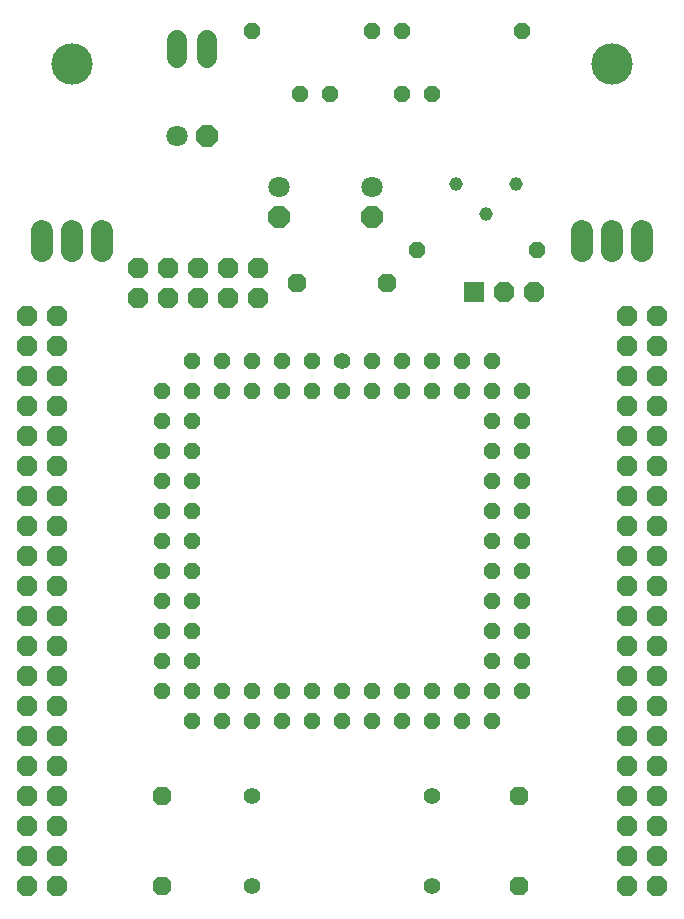
<source format=gts>
G75*
%MOIN*%
%OFA0B0*%
%FSLAX24Y24*%
%IPPOS*%
%LPD*%
%AMOC8*
5,1,8,0,0,1.08239X$1,22.5*
%
%ADD10C,0.0560*%
%ADD11OC8,0.0560*%
%ADD12C,0.0740*%
%ADD13C,0.1380*%
%ADD14OC8,0.0680*%
%ADD15C,0.0680*%
%ADD16OC8,0.0710*%
%ADD17C,0.0710*%
%ADD18OC8,0.0620*%
%ADD19R,0.0680X0.0680*%
%ADD20C,0.0460*%
D10*
X009060Y001860D03*
X009060Y004860D03*
X015060Y004860D03*
X015060Y001860D03*
X012060Y019360D03*
D11*
X012060Y018360D03*
X011060Y018360D03*
X011060Y019360D03*
X010060Y019360D03*
X010060Y018360D03*
X009060Y018360D03*
X009060Y019360D03*
X008060Y019360D03*
X008060Y018360D03*
X007060Y018360D03*
X007060Y019360D03*
X006060Y018360D03*
X006060Y017360D03*
X006060Y016360D03*
X006060Y015360D03*
X006060Y014360D03*
X006060Y013360D03*
X006060Y012360D03*
X006060Y011360D03*
X006060Y010360D03*
X006060Y009360D03*
X006060Y008360D03*
X007060Y008360D03*
X007060Y007360D03*
X008060Y007360D03*
X008060Y008360D03*
X009060Y008360D03*
X009060Y007360D03*
X010060Y007360D03*
X010060Y008360D03*
X011060Y008360D03*
X011060Y007360D03*
X012060Y007360D03*
X012060Y008360D03*
X013060Y008360D03*
X013060Y007360D03*
X014060Y007360D03*
X014060Y008360D03*
X015060Y008360D03*
X015060Y007360D03*
X016060Y007360D03*
X016060Y008360D03*
X017060Y008360D03*
X017060Y007360D03*
X018060Y008360D03*
X018060Y009360D03*
X018060Y010360D03*
X018060Y011360D03*
X018060Y012360D03*
X018060Y013360D03*
X018060Y014360D03*
X018060Y015360D03*
X018060Y016360D03*
X018060Y017360D03*
X018060Y018360D03*
X017060Y018360D03*
X017060Y019360D03*
X016060Y019360D03*
X016060Y018360D03*
X015060Y018360D03*
X015060Y019360D03*
X014060Y019360D03*
X014060Y018360D03*
X013060Y018360D03*
X013060Y019360D03*
X014560Y023060D03*
X018560Y023060D03*
X015060Y028260D03*
X014060Y028260D03*
X014060Y030360D03*
X013060Y030360D03*
X011660Y028260D03*
X010660Y028260D03*
X009060Y030360D03*
X018060Y030360D03*
X017060Y017360D03*
X017060Y016360D03*
X017060Y015360D03*
X017060Y014360D03*
X017060Y013360D03*
X017060Y012360D03*
X017060Y011360D03*
X017060Y010360D03*
X017060Y009360D03*
X007060Y009360D03*
X007060Y010360D03*
X007060Y011360D03*
X007060Y012360D03*
X007060Y013360D03*
X007060Y014360D03*
X007060Y015360D03*
X007060Y016360D03*
X007060Y017360D03*
D12*
X004060Y023030D02*
X004060Y023690D01*
X003060Y023690D02*
X003060Y023030D01*
X002060Y023030D02*
X002060Y023690D01*
X020060Y023690D02*
X020060Y023030D01*
X021060Y023030D02*
X021060Y023690D01*
X022060Y023690D02*
X022060Y023030D01*
D13*
X021060Y029260D03*
X003060Y029260D03*
D14*
X001560Y001860D03*
X001560Y002860D03*
X001560Y003860D03*
X001560Y004860D03*
X001560Y005860D03*
X001560Y006860D03*
X001560Y007860D03*
X001560Y008860D03*
X001560Y009860D03*
X001560Y010860D03*
X001560Y011860D03*
X001560Y012860D03*
X001560Y013860D03*
X001560Y014860D03*
X001560Y015860D03*
X001560Y016860D03*
X001560Y017860D03*
X001560Y018860D03*
X001560Y019860D03*
X001560Y020860D03*
X002560Y020860D03*
X002560Y019860D03*
X002560Y018860D03*
X002560Y017860D03*
X002560Y016860D03*
X002560Y015860D03*
X002560Y014860D03*
X002560Y013860D03*
X002560Y012860D03*
X002560Y011860D03*
X002560Y010860D03*
X002560Y009860D03*
X002560Y008860D03*
X002560Y007860D03*
X002560Y006860D03*
X002560Y005860D03*
X002560Y004860D03*
X002560Y003860D03*
X002560Y002860D03*
X002560Y001860D03*
X005260Y021460D03*
X005260Y022460D03*
X006260Y022460D03*
X006260Y021460D03*
X007260Y021460D03*
X007260Y022460D03*
X008260Y022460D03*
X008260Y021460D03*
X009260Y021460D03*
X009260Y022460D03*
X017460Y021660D03*
X018460Y021660D03*
X021560Y020860D03*
X021560Y019860D03*
X021560Y018860D03*
X021560Y017860D03*
X021560Y016860D03*
X021560Y015860D03*
X021560Y014860D03*
X021560Y013860D03*
X021560Y012860D03*
X021560Y011860D03*
X021560Y010860D03*
X021560Y009860D03*
X021560Y008860D03*
X021560Y007860D03*
X021560Y006860D03*
X021560Y005860D03*
X021560Y004860D03*
X021560Y003860D03*
X021560Y002860D03*
X021560Y001860D03*
X022560Y001860D03*
X022560Y002860D03*
X022560Y003860D03*
X022560Y004860D03*
X022560Y005860D03*
X022560Y006860D03*
X022560Y007860D03*
X022560Y008860D03*
X022560Y009860D03*
X022560Y010860D03*
X022560Y011860D03*
X022560Y012860D03*
X022560Y013860D03*
X022560Y014860D03*
X022560Y015860D03*
X022560Y016860D03*
X022560Y017860D03*
X022560Y018860D03*
X022560Y019860D03*
X022560Y020860D03*
D15*
X007560Y029460D02*
X007560Y030060D01*
X006560Y030060D02*
X006560Y029460D01*
D16*
X007560Y026860D03*
X009960Y024160D03*
X013060Y024160D03*
D17*
X013060Y025160D03*
X009960Y025160D03*
X006560Y026860D03*
D18*
X010560Y021960D03*
X013560Y021960D03*
X017960Y004860D03*
X017960Y001860D03*
X006060Y001860D03*
X006060Y004860D03*
D19*
X016460Y021660D03*
D20*
X016860Y024260D03*
X015860Y025260D03*
X017860Y025260D03*
M02*

</source>
